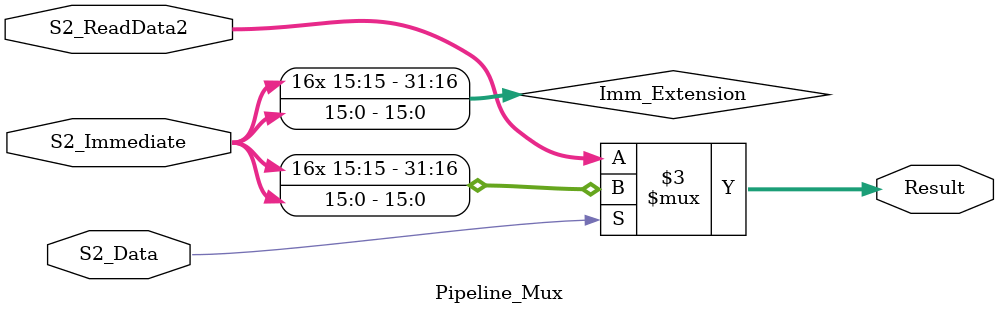
<source format=v>
`timescale 1ns / 1ps


module Pipeline_Mux(Result, S2_ReadData2, S2_Immediate, S2_Data);

input [31:0] S2_ReadData2;
input [15:0] S2_Immediate;
input S2_Data;

output reg [31:0] Result;

wire [31:0] Imm_Extension;
assign Imm_Extension = {{16{S2_Immediate[15]}}, S2_Immediate};

always @ (S2_ReadData2 or S2_Immediate or S2_Data) 
begin
	if(S2_Data)
	begin
    Result <= Imm_Extension;
  	end
    else
  	Result <= S2_ReadData2;
end
endmodule


</source>
